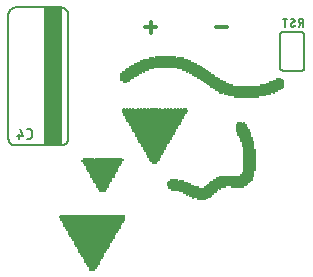
<source format=gbo>
G04 EAGLE Gerber X2 export*
G75*
%MOMM*%
%FSLAX34Y34*%
%LPD*%
%AMOC8*
5,1,8,0,0,1.08239X$1,22.5*%
G01*
%ADD10C,0.304800*%
%ADD11R,1.500000X11.750000*%
%ADD12R,0.127000X0.635000*%
%ADD13R,0.127000X0.889000*%
%ADD14R,0.127000X1.016000*%
%ADD15R,0.127000X1.143000*%
%ADD16R,0.127000X1.905000*%
%ADD17R,0.127000X3.048000*%
%ADD18R,0.127000X3.683000*%
%ADD19R,0.127000X4.191000*%
%ADD20R,0.127000X4.572000*%
%ADD21R,0.127000X4.953000*%
%ADD22R,0.127000X5.334000*%
%ADD23R,0.127000X5.461000*%
%ADD24R,0.127000X2.159000*%
%ADD25R,0.127000X1.397000*%
%ADD26R,0.127000X1.651000*%
%ADD27R,0.127000X0.762000*%
%ADD28R,0.127000X1.270000*%
%ADD29R,0.127000X0.127000*%
%ADD30R,0.127000X0.508000*%
%ADD31R,0.127000X1.524000*%
%ADD32R,0.127000X1.778000*%
%ADD33R,0.127000X2.032000*%
%ADD34R,0.127000X2.286000*%
%ADD35R,0.127000X2.413000*%
%ADD36R,0.127000X2.667000*%
%ADD37R,0.127000X2.921000*%
%ADD38R,0.127000X0.381000*%
%ADD39R,0.127000X3.302000*%
%ADD40R,0.127000X3.556000*%
%ADD41R,0.127000X3.810000*%
%ADD42R,0.127000X3.937000*%
%ADD43R,0.127000X4.445000*%
%ADD44R,0.127000X4.699000*%
%ADD45R,0.127000X2.540000*%
%ADD46R,0.127000X2.794000*%
%ADD47R,0.127000X4.318000*%
%ADD48R,0.127000X4.064000*%
%ADD49R,0.127000X0.254000*%
%ADD50R,0.127000X3.429000*%
%ADD51R,0.127000X3.175000*%
%ADD52C,0.152400*%
%ADD53C,0.203200*%


D10*
X125000Y335000D02*
X125000Y325000D01*
X130000Y330000D02*
X120000Y330000D01*
X180000Y330000D02*
X190000Y330000D01*
D11*
X42500Y288750D03*
D12*
X237530Y282420D03*
D13*
X236260Y282420D03*
D14*
X234990Y281785D03*
X233720Y281785D03*
D15*
X232450Y281150D03*
D14*
X231180Y280515D03*
D15*
X229910Y279880D03*
D14*
X228640Y279245D03*
X227370Y279245D03*
D15*
X226100Y278610D03*
D14*
X224830Y277975D03*
X223560Y277975D03*
X222290Y276705D03*
X221020Y276705D03*
X219750Y276705D03*
X218480Y276705D03*
D13*
X217210Y276070D03*
D14*
X215940Y275435D03*
X214670Y275435D03*
X213400Y275435D03*
D16*
X213400Y217650D03*
D14*
X212130Y275435D03*
D17*
X212130Y218285D03*
D14*
X210860Y275435D03*
D18*
X210860Y218920D03*
D14*
X209590Y275435D03*
D19*
X209590Y220190D03*
D14*
X208320Y275435D03*
D20*
X208320Y220825D03*
D14*
X207050Y275435D03*
D21*
X207050Y221460D03*
D14*
X205780Y275435D03*
D22*
X205780Y222095D03*
D14*
X204510Y275435D03*
D23*
X204510Y222730D03*
D14*
X203240Y275435D03*
D24*
X203240Y239240D03*
D25*
X203240Y201140D03*
D14*
X201970Y275435D03*
D26*
X201970Y241780D03*
D15*
X201970Y199870D03*
D14*
X200700Y275435D03*
D25*
X200700Y243050D03*
D14*
X200700Y199235D03*
X199430Y275435D03*
D15*
X199430Y244320D03*
D14*
X199430Y199235D03*
X198160Y275435D03*
D27*
X198160Y244955D03*
D14*
X198160Y199235D03*
X196890Y275435D03*
X196890Y199235D03*
D13*
X195620Y276070D03*
D14*
X195620Y199235D03*
X194350Y276705D03*
X194350Y199235D03*
X193080Y276705D03*
D13*
X193080Y199870D03*
D14*
X191810Y276705D03*
D13*
X191810Y199870D03*
D14*
X190540Y277975D03*
D13*
X190540Y199870D03*
D14*
X189270Y277975D03*
D13*
X189270Y199870D03*
D15*
X188000Y278610D03*
D14*
X188000Y199235D03*
X186730Y279245D03*
X186730Y199235D03*
D15*
X185460Y279880D03*
D14*
X185460Y199235D03*
D15*
X184190Y279880D03*
X184190Y198600D03*
X182920Y281150D03*
D14*
X182920Y197965D03*
D28*
X181650Y281785D03*
D15*
X181650Y197330D03*
X180380Y282420D03*
X180380Y196060D03*
X179110Y283690D03*
D28*
X179110Y195425D03*
X177840Y284325D03*
X177840Y194155D03*
D15*
X176570Y284960D03*
D25*
X176570Y193520D03*
D15*
X175300Y286230D03*
D25*
X175300Y192250D03*
D28*
X174030Y286865D03*
X174030Y191615D03*
X172760Y288135D03*
D15*
X172760Y190980D03*
X171490Y288770D03*
X171490Y189710D03*
D28*
X170220Y289405D03*
D14*
X170220Y189075D03*
D28*
X168950Y290675D03*
D14*
X168950Y189075D03*
D15*
X167680Y291310D03*
D14*
X167680Y189075D03*
D15*
X166410Y292580D03*
D14*
X166410Y189075D03*
D15*
X165140Y292580D03*
X165140Y189710D03*
X163870Y293850D03*
D14*
X163870Y190345D03*
D15*
X162600Y293850D03*
D14*
X162600Y190345D03*
D15*
X161330Y295120D03*
X161330Y190980D03*
D14*
X160060Y295755D03*
X160060Y191615D03*
D15*
X158790Y296390D03*
X158790Y192250D03*
D14*
X157520Y297025D03*
X157520Y192885D03*
D15*
X156250Y297660D03*
D29*
X156250Y259560D03*
D15*
X156250Y193520D03*
D14*
X154980Y298295D03*
D30*
X154980Y258925D03*
D14*
X154980Y194155D03*
X153710Y298295D03*
D12*
X153710Y258290D03*
D14*
X153710Y194155D03*
D15*
X152440Y298930D03*
D13*
X152440Y257020D03*
D14*
X152440Y195425D03*
X151170Y299565D03*
D15*
X151170Y255750D03*
D14*
X151170Y195425D03*
X149900Y299565D03*
D25*
X149900Y254480D03*
D14*
X149900Y195425D03*
X148630Y299565D03*
D31*
X148630Y253845D03*
D13*
X148630Y196060D03*
X147360Y300200D03*
D32*
X147360Y252575D03*
D14*
X147360Y196695D03*
X146090Y300835D03*
D33*
X146090Y251305D03*
D14*
X146090Y196695D03*
X144820Y300835D03*
D34*
X144820Y250035D03*
D14*
X144820Y196695D03*
X143550Y300835D03*
D35*
X143550Y249400D03*
D14*
X143550Y196695D03*
X142280Y300835D03*
D36*
X142280Y248130D03*
D13*
X142280Y197330D03*
D14*
X141010Y300835D03*
D37*
X141010Y246860D03*
D27*
X141010Y196695D03*
D14*
X139740Y300835D03*
D17*
X139740Y246225D03*
D38*
X139740Y197330D03*
D14*
X138470Y300835D03*
D39*
X138470Y244955D03*
D14*
X137200Y300835D03*
D40*
X137200Y243685D03*
D14*
X135930Y300835D03*
D41*
X135930Y242415D03*
D14*
X134660Y300835D03*
D42*
X134660Y241780D03*
D14*
X133390Y300835D03*
D19*
X133390Y240510D03*
D14*
X132120Y300835D03*
D43*
X132120Y239240D03*
D14*
X130850Y300835D03*
D20*
X130850Y238605D03*
D14*
X129580Y300835D03*
D44*
X129580Y237970D03*
D13*
X128310Y300200D03*
D44*
X128310Y237970D03*
D14*
X127040Y299565D03*
D44*
X127040Y237970D03*
D14*
X125770Y299565D03*
D20*
X125770Y238605D03*
D14*
X124500Y299565D03*
D43*
X124500Y239240D03*
D14*
X123230Y298295D03*
D19*
X123230Y240510D03*
D14*
X121960Y298295D03*
D42*
X121960Y241780D03*
D14*
X120690Y298295D03*
D18*
X120690Y243050D03*
D15*
X119420Y297660D03*
D40*
X119420Y243685D03*
D14*
X118150Y297025D03*
D39*
X118150Y244955D03*
D15*
X116880Y296390D03*
D17*
X116880Y246225D03*
D14*
X115610Y295755D03*
D37*
X115610Y246860D03*
D15*
X114340Y295120D03*
D36*
X114340Y248130D03*
D15*
X113070Y293850D03*
D35*
X113070Y249400D03*
D15*
X111800Y293850D03*
D24*
X111800Y250670D03*
D15*
X110530Y292580D03*
D33*
X110530Y251305D03*
D28*
X109260Y291945D03*
D32*
X109260Y252575D03*
D15*
X107990Y291310D03*
D31*
X107990Y253845D03*
D15*
X106720Y290040D03*
D28*
X106720Y255115D03*
X105450Y289405D03*
D15*
X105450Y255750D03*
X104180Y288770D03*
D13*
X104180Y257020D03*
D14*
X102910Y288135D03*
D12*
X102910Y258290D03*
D30*
X102910Y168755D03*
D13*
X101640Y288770D03*
D38*
X101640Y259560D03*
D29*
X101640Y217650D03*
D12*
X101640Y168120D03*
D27*
X100370Y288135D03*
D30*
X100370Y217015D03*
D13*
X100370Y166850D03*
D27*
X99100Y215745D03*
D15*
X99100Y165580D03*
D13*
X97830Y215110D03*
D25*
X97830Y164310D03*
D15*
X96560Y213840D03*
D31*
X96560Y163675D03*
D25*
X95290Y212570D03*
D32*
X95290Y162405D03*
D26*
X94020Y211300D03*
D33*
X94020Y161135D03*
D32*
X92750Y210665D03*
D34*
X92750Y159865D03*
D33*
X91480Y209395D03*
D35*
X91480Y159230D03*
D34*
X90210Y208125D03*
D36*
X90210Y157960D03*
D45*
X88940Y206855D03*
D37*
X88940Y156690D03*
D36*
X87670Y206220D03*
D17*
X87670Y156055D03*
D37*
X86400Y204950D03*
D39*
X86400Y154785D03*
D37*
X85130Y204950D03*
D40*
X85130Y153515D03*
D37*
X83860Y204950D03*
D41*
X83860Y152245D03*
D37*
X82590Y204950D03*
D42*
X82590Y151610D03*
D46*
X81320Y205585D03*
D19*
X81320Y150340D03*
D45*
X80050Y206855D03*
D43*
X80050Y149070D03*
D34*
X78780Y208125D03*
D20*
X78780Y148435D03*
D24*
X77510Y208760D03*
D44*
X77510Y147800D03*
D16*
X76240Y210030D03*
D44*
X76240Y147800D03*
D26*
X74970Y211300D03*
D44*
X74970Y147800D03*
D25*
X73700Y212570D03*
D44*
X73700Y147800D03*
D28*
X72430Y213205D03*
D43*
X72430Y149070D03*
D14*
X71160Y214475D03*
D47*
X71160Y149705D03*
D27*
X69890Y215745D03*
D48*
X69890Y150975D03*
D30*
X68620Y217015D03*
D41*
X68620Y152245D03*
D49*
X67350Y217015D03*
D40*
X67350Y153515D03*
D50*
X66080Y154150D03*
D51*
X64810Y155420D03*
D37*
X63540Y156690D03*
D36*
X62270Y157960D03*
D45*
X61000Y158595D03*
D34*
X59730Y159865D03*
D33*
X58460Y161135D03*
D16*
X57190Y161770D03*
D26*
X55920Y163040D03*
D25*
X54650Y164310D03*
D15*
X53380Y165580D03*
D14*
X52110Y166215D03*
D27*
X50840Y167485D03*
D30*
X49570Y168755D03*
D29*
X48300Y169390D03*
D52*
X4600Y236510D02*
X4600Y340650D01*
X55400Y340650D02*
X55400Y236510D01*
X49050Y230160D02*
X10950Y230160D01*
X49050Y230160D02*
X49208Y230162D01*
X49367Y230168D01*
X49525Y230178D01*
X49682Y230192D01*
X49840Y230209D01*
X49996Y230231D01*
X50153Y230256D01*
X50308Y230286D01*
X50463Y230319D01*
X50617Y230356D01*
X50770Y230397D01*
X50922Y230442D01*
X51072Y230491D01*
X51222Y230543D01*
X51370Y230599D01*
X51517Y230659D01*
X51662Y230722D01*
X51805Y230789D01*
X51947Y230859D01*
X52087Y230933D01*
X52225Y231011D01*
X52361Y231092D01*
X52495Y231176D01*
X52627Y231263D01*
X52757Y231354D01*
X52884Y231448D01*
X53009Y231545D01*
X53132Y231646D01*
X53252Y231749D01*
X53369Y231855D01*
X53484Y231964D01*
X53596Y232076D01*
X53705Y232191D01*
X53811Y232308D01*
X53914Y232428D01*
X54015Y232551D01*
X54112Y232676D01*
X54206Y232803D01*
X54297Y232933D01*
X54384Y233065D01*
X54468Y233199D01*
X54549Y233335D01*
X54627Y233473D01*
X54701Y233613D01*
X54771Y233755D01*
X54838Y233898D01*
X54901Y234043D01*
X54961Y234190D01*
X55017Y234338D01*
X55069Y234488D01*
X55118Y234638D01*
X55163Y234790D01*
X55204Y234943D01*
X55241Y235097D01*
X55274Y235252D01*
X55304Y235407D01*
X55329Y235564D01*
X55351Y235720D01*
X55368Y235878D01*
X55382Y236035D01*
X55392Y236193D01*
X55398Y236352D01*
X55400Y236510D01*
X10950Y230160D02*
X10792Y230162D01*
X10633Y230168D01*
X10475Y230178D01*
X10318Y230192D01*
X10160Y230209D01*
X10004Y230231D01*
X9847Y230256D01*
X9692Y230286D01*
X9537Y230319D01*
X9383Y230356D01*
X9230Y230397D01*
X9078Y230442D01*
X8928Y230491D01*
X8778Y230543D01*
X8630Y230599D01*
X8483Y230659D01*
X8338Y230722D01*
X8195Y230789D01*
X8053Y230859D01*
X7913Y230933D01*
X7775Y231011D01*
X7639Y231092D01*
X7505Y231176D01*
X7373Y231263D01*
X7243Y231354D01*
X7116Y231448D01*
X6991Y231545D01*
X6868Y231646D01*
X6748Y231749D01*
X6631Y231855D01*
X6516Y231964D01*
X6404Y232076D01*
X6295Y232191D01*
X6189Y232308D01*
X6086Y232428D01*
X5985Y232551D01*
X5888Y232676D01*
X5794Y232803D01*
X5703Y232933D01*
X5616Y233065D01*
X5532Y233199D01*
X5451Y233335D01*
X5373Y233473D01*
X5299Y233613D01*
X5229Y233755D01*
X5162Y233898D01*
X5099Y234043D01*
X5039Y234190D01*
X4983Y234338D01*
X4931Y234488D01*
X4882Y234638D01*
X4837Y234790D01*
X4796Y234943D01*
X4759Y235097D01*
X4726Y235252D01*
X4696Y235407D01*
X4671Y235564D01*
X4649Y235720D01*
X4632Y235878D01*
X4618Y236035D01*
X4608Y236193D01*
X4602Y236352D01*
X4600Y236510D01*
X55400Y340650D02*
X55398Y340808D01*
X55392Y340967D01*
X55382Y341125D01*
X55368Y341282D01*
X55351Y341440D01*
X55329Y341596D01*
X55304Y341753D01*
X55274Y341908D01*
X55241Y342063D01*
X55204Y342217D01*
X55163Y342370D01*
X55118Y342522D01*
X55069Y342672D01*
X55017Y342822D01*
X54961Y342970D01*
X54901Y343117D01*
X54838Y343262D01*
X54771Y343405D01*
X54701Y343547D01*
X54627Y343687D01*
X54549Y343825D01*
X54468Y343961D01*
X54384Y344095D01*
X54297Y344227D01*
X54206Y344357D01*
X54112Y344484D01*
X54015Y344609D01*
X53914Y344732D01*
X53811Y344852D01*
X53705Y344969D01*
X53596Y345084D01*
X53484Y345196D01*
X53369Y345305D01*
X53252Y345411D01*
X53132Y345514D01*
X53009Y345615D01*
X52884Y345712D01*
X52757Y345806D01*
X52627Y345897D01*
X52495Y345984D01*
X52361Y346068D01*
X52225Y346149D01*
X52087Y346227D01*
X51947Y346301D01*
X51805Y346371D01*
X51662Y346438D01*
X51517Y346501D01*
X51370Y346561D01*
X51222Y346617D01*
X51072Y346669D01*
X50922Y346718D01*
X50770Y346763D01*
X50617Y346804D01*
X50463Y346841D01*
X50308Y346874D01*
X50153Y346904D01*
X49996Y346929D01*
X49840Y346951D01*
X49682Y346968D01*
X49525Y346982D01*
X49367Y346992D01*
X49208Y346998D01*
X49050Y347000D01*
X10950Y347000D01*
X10792Y346998D01*
X10633Y346992D01*
X10475Y346982D01*
X10318Y346968D01*
X10160Y346951D01*
X10004Y346929D01*
X9847Y346904D01*
X9692Y346874D01*
X9537Y346841D01*
X9383Y346804D01*
X9230Y346763D01*
X9078Y346718D01*
X8928Y346669D01*
X8778Y346617D01*
X8630Y346561D01*
X8483Y346501D01*
X8338Y346438D01*
X8195Y346371D01*
X8053Y346301D01*
X7913Y346227D01*
X7775Y346149D01*
X7639Y346068D01*
X7505Y345984D01*
X7373Y345897D01*
X7243Y345806D01*
X7116Y345712D01*
X6991Y345615D01*
X6868Y345514D01*
X6748Y345411D01*
X6631Y345305D01*
X6516Y345196D01*
X6404Y345084D01*
X6295Y344969D01*
X6189Y344852D01*
X6086Y344732D01*
X5985Y344609D01*
X5888Y344484D01*
X5794Y344357D01*
X5703Y344227D01*
X5616Y344095D01*
X5532Y343961D01*
X5451Y343825D01*
X5373Y343687D01*
X5299Y343547D01*
X5229Y343405D01*
X5162Y343262D01*
X5099Y343117D01*
X5039Y342970D01*
X4983Y342822D01*
X4931Y342672D01*
X4882Y342522D01*
X4837Y342370D01*
X4796Y342217D01*
X4759Y342063D01*
X4726Y341908D01*
X4696Y341753D01*
X4671Y341596D01*
X4649Y341440D01*
X4632Y341282D01*
X4618Y341125D01*
X4608Y340967D01*
X4602Y340808D01*
X4600Y340650D01*
X20400Y235762D02*
X22319Y235762D01*
X22405Y235764D01*
X22491Y235770D01*
X22577Y235779D01*
X22662Y235793D01*
X22746Y235810D01*
X22830Y235831D01*
X22912Y235856D01*
X22993Y235884D01*
X23073Y235916D01*
X23152Y235952D01*
X23228Y235991D01*
X23303Y236034D01*
X23376Y236079D01*
X23447Y236129D01*
X23515Y236181D01*
X23582Y236236D01*
X23645Y236294D01*
X23706Y236355D01*
X23764Y236418D01*
X23819Y236485D01*
X23872Y236553D01*
X23921Y236624D01*
X23966Y236697D01*
X24009Y236772D01*
X24048Y236848D01*
X24084Y236927D01*
X24116Y237007D01*
X24144Y237088D01*
X24169Y237171D01*
X24190Y237254D01*
X24207Y237338D01*
X24221Y237423D01*
X24230Y237509D01*
X24236Y237595D01*
X24238Y237681D01*
X24238Y242479D01*
X24236Y242565D01*
X24230Y242651D01*
X24221Y242737D01*
X24207Y242822D01*
X24190Y242906D01*
X24169Y242990D01*
X24144Y243072D01*
X24116Y243153D01*
X24084Y243233D01*
X24048Y243312D01*
X24009Y243388D01*
X23966Y243463D01*
X23921Y243536D01*
X23872Y243607D01*
X23819Y243675D01*
X23764Y243742D01*
X23706Y243805D01*
X23645Y243866D01*
X23582Y243924D01*
X23516Y243979D01*
X23447Y244031D01*
X23376Y244081D01*
X23303Y244126D01*
X23228Y244169D01*
X23152Y244208D01*
X23073Y244244D01*
X22993Y244276D01*
X22912Y244304D01*
X22830Y244329D01*
X22746Y244350D01*
X22662Y244367D01*
X22577Y244381D01*
X22491Y244390D01*
X22405Y244396D01*
X22319Y244398D01*
X20400Y244398D01*
X14661Y244398D02*
X16580Y237681D01*
X11782Y237681D01*
X13221Y239600D02*
X13221Y235762D01*
D53*
X255160Y296030D02*
X255160Y323970D01*
X234840Y296030D02*
X234842Y295930D01*
X234848Y295831D01*
X234858Y295731D01*
X234871Y295633D01*
X234889Y295534D01*
X234910Y295437D01*
X234935Y295341D01*
X234964Y295245D01*
X234997Y295151D01*
X235033Y295058D01*
X235073Y294967D01*
X235117Y294877D01*
X235164Y294789D01*
X235214Y294703D01*
X235268Y294619D01*
X235325Y294537D01*
X235385Y294458D01*
X235449Y294380D01*
X235515Y294306D01*
X235584Y294234D01*
X235656Y294165D01*
X235730Y294099D01*
X235808Y294035D01*
X235887Y293975D01*
X235969Y293918D01*
X236053Y293864D01*
X236139Y293814D01*
X236227Y293767D01*
X236317Y293723D01*
X236408Y293683D01*
X236501Y293647D01*
X236595Y293614D01*
X236691Y293585D01*
X236787Y293560D01*
X236884Y293539D01*
X236983Y293521D01*
X237081Y293508D01*
X237181Y293498D01*
X237280Y293492D01*
X237380Y293490D01*
X234840Y323970D02*
X234842Y324070D01*
X234848Y324169D01*
X234858Y324269D01*
X234871Y324367D01*
X234889Y324466D01*
X234910Y324563D01*
X234935Y324659D01*
X234964Y324755D01*
X234997Y324849D01*
X235033Y324942D01*
X235073Y325033D01*
X235117Y325123D01*
X235164Y325211D01*
X235214Y325297D01*
X235268Y325381D01*
X235325Y325463D01*
X235385Y325542D01*
X235449Y325620D01*
X235515Y325694D01*
X235584Y325766D01*
X235656Y325835D01*
X235730Y325901D01*
X235808Y325965D01*
X235887Y326025D01*
X235969Y326082D01*
X236053Y326136D01*
X236139Y326186D01*
X236227Y326233D01*
X236317Y326277D01*
X236408Y326317D01*
X236501Y326353D01*
X236595Y326386D01*
X236691Y326415D01*
X236787Y326440D01*
X236884Y326461D01*
X236983Y326479D01*
X237081Y326492D01*
X237181Y326502D01*
X237280Y326508D01*
X237380Y326510D01*
X252620Y326510D02*
X252720Y326508D01*
X252819Y326502D01*
X252919Y326492D01*
X253017Y326479D01*
X253116Y326461D01*
X253213Y326440D01*
X253309Y326415D01*
X253405Y326386D01*
X253499Y326353D01*
X253592Y326317D01*
X253683Y326277D01*
X253773Y326233D01*
X253861Y326186D01*
X253947Y326136D01*
X254031Y326082D01*
X254113Y326025D01*
X254192Y325965D01*
X254270Y325901D01*
X254344Y325835D01*
X254416Y325766D01*
X254485Y325694D01*
X254551Y325620D01*
X254615Y325542D01*
X254675Y325463D01*
X254732Y325381D01*
X254786Y325297D01*
X254836Y325211D01*
X254883Y325123D01*
X254927Y325033D01*
X254967Y324942D01*
X255003Y324849D01*
X255036Y324755D01*
X255065Y324659D01*
X255090Y324563D01*
X255111Y324466D01*
X255129Y324367D01*
X255142Y324269D01*
X255152Y324169D01*
X255158Y324070D01*
X255160Y323970D01*
X255160Y296030D02*
X255158Y295930D01*
X255152Y295831D01*
X255142Y295731D01*
X255129Y295633D01*
X255111Y295534D01*
X255090Y295437D01*
X255065Y295341D01*
X255036Y295245D01*
X255003Y295151D01*
X254967Y295058D01*
X254927Y294967D01*
X254883Y294877D01*
X254836Y294789D01*
X254786Y294703D01*
X254732Y294619D01*
X254675Y294537D01*
X254615Y294458D01*
X254551Y294380D01*
X254485Y294306D01*
X254416Y294234D01*
X254344Y294165D01*
X254270Y294099D01*
X254192Y294035D01*
X254113Y293975D01*
X254031Y293918D01*
X253947Y293864D01*
X253861Y293814D01*
X253773Y293767D01*
X253683Y293723D01*
X253592Y293683D01*
X253499Y293647D01*
X253405Y293614D01*
X253309Y293585D01*
X253213Y293560D01*
X253116Y293539D01*
X253017Y293521D01*
X252919Y293508D01*
X252819Y293498D01*
X252720Y293492D01*
X252620Y293490D01*
X237380Y293490D01*
X237380Y326510D02*
X252620Y326510D01*
X234840Y323970D02*
X234840Y296030D01*
D52*
X254238Y330762D02*
X254238Y337366D01*
X252404Y337366D01*
X252319Y337364D01*
X252235Y337358D01*
X252151Y337348D01*
X252067Y337335D01*
X251984Y337317D01*
X251902Y337296D01*
X251821Y337271D01*
X251741Y337242D01*
X251663Y337210D01*
X251587Y337174D01*
X251512Y337134D01*
X251439Y337091D01*
X251368Y337045D01*
X251299Y336996D01*
X251232Y336943D01*
X251168Y336887D01*
X251107Y336829D01*
X251049Y336768D01*
X250993Y336704D01*
X250940Y336637D01*
X250891Y336568D01*
X250845Y336497D01*
X250802Y336424D01*
X250762Y336349D01*
X250726Y336273D01*
X250694Y336195D01*
X250665Y336115D01*
X250640Y336034D01*
X250619Y335952D01*
X250601Y335869D01*
X250588Y335785D01*
X250578Y335701D01*
X250572Y335617D01*
X250570Y335532D01*
X250572Y335447D01*
X250578Y335363D01*
X250588Y335279D01*
X250601Y335195D01*
X250619Y335112D01*
X250640Y335030D01*
X250665Y334949D01*
X250694Y334869D01*
X250726Y334791D01*
X250762Y334715D01*
X250802Y334640D01*
X250845Y334567D01*
X250891Y334496D01*
X250940Y334427D01*
X250993Y334360D01*
X251049Y334296D01*
X251107Y334235D01*
X251168Y334177D01*
X251232Y334121D01*
X251299Y334068D01*
X251368Y334019D01*
X251439Y333973D01*
X251512Y333930D01*
X251587Y333890D01*
X251663Y333854D01*
X251741Y333822D01*
X251821Y333793D01*
X251902Y333768D01*
X251984Y333747D01*
X252067Y333729D01*
X252151Y333716D01*
X252235Y333706D01*
X252319Y333700D01*
X252404Y333698D01*
X252404Y333697D02*
X254238Y333697D01*
X252037Y333697D02*
X250569Y330762D01*
X245044Y330762D02*
X244970Y330764D01*
X244895Y330770D01*
X244822Y330779D01*
X244748Y330792D01*
X244676Y330809D01*
X244605Y330829D01*
X244534Y330853D01*
X244465Y330881D01*
X244398Y330912D01*
X244332Y330946D01*
X244267Y330984D01*
X244205Y331025D01*
X244145Y331069D01*
X244088Y331116D01*
X244033Y331166D01*
X243980Y331219D01*
X243930Y331274D01*
X243883Y331331D01*
X243839Y331391D01*
X243798Y331453D01*
X243760Y331518D01*
X243726Y331584D01*
X243695Y331651D01*
X243667Y331720D01*
X243643Y331791D01*
X243623Y331862D01*
X243606Y331934D01*
X243593Y332008D01*
X243584Y332081D01*
X243578Y332156D01*
X243576Y332230D01*
X245044Y330762D02*
X245155Y330764D01*
X245266Y330770D01*
X245377Y330780D01*
X245488Y330794D01*
X245597Y330812D01*
X245706Y330834D01*
X245815Y330859D01*
X245922Y330889D01*
X246028Y330922D01*
X246133Y330960D01*
X246236Y331000D01*
X246338Y331045D01*
X246438Y331093D01*
X246537Y331145D01*
X246633Y331200D01*
X246728Y331259D01*
X246820Y331321D01*
X246910Y331387D01*
X246998Y331455D01*
X247083Y331527D01*
X247165Y331602D01*
X247245Y331679D01*
X247062Y335898D02*
X247060Y335972D01*
X247054Y336047D01*
X247045Y336120D01*
X247032Y336194D01*
X247015Y336266D01*
X246995Y336337D01*
X246971Y336408D01*
X246943Y336477D01*
X246912Y336544D01*
X246878Y336610D01*
X246840Y336675D01*
X246799Y336737D01*
X246755Y336797D01*
X246708Y336854D01*
X246658Y336909D01*
X246605Y336962D01*
X246550Y337012D01*
X246493Y337059D01*
X246433Y337103D01*
X246371Y337144D01*
X246306Y337182D01*
X246240Y337216D01*
X246173Y337247D01*
X246104Y337275D01*
X246033Y337299D01*
X245962Y337319D01*
X245890Y337336D01*
X245816Y337349D01*
X245743Y337358D01*
X245668Y337364D01*
X245594Y337366D01*
X245490Y337364D01*
X245386Y337358D01*
X245282Y337348D01*
X245179Y337335D01*
X245076Y337317D01*
X244974Y337295D01*
X244873Y337270D01*
X244773Y337241D01*
X244674Y337208D01*
X244577Y337171D01*
X244481Y337131D01*
X244386Y337087D01*
X244294Y337039D01*
X244203Y336989D01*
X244114Y336934D01*
X244027Y336877D01*
X243943Y336816D01*
X246328Y334613D02*
X246391Y334652D01*
X246451Y334694D01*
X246510Y334739D01*
X246566Y334787D01*
X246619Y334838D01*
X246670Y334891D01*
X246719Y334946D01*
X246764Y335004D01*
X246807Y335064D01*
X246847Y335126D01*
X246883Y335190D01*
X246917Y335256D01*
X246947Y335324D01*
X246974Y335392D01*
X246997Y335462D01*
X247017Y335533D01*
X247033Y335605D01*
X247046Y335678D01*
X247055Y335751D01*
X247060Y335824D01*
X247062Y335898D01*
X244310Y333515D02*
X244247Y333476D01*
X244187Y333434D01*
X244129Y333389D01*
X244072Y333341D01*
X244019Y333290D01*
X243968Y333237D01*
X243919Y333182D01*
X243874Y333124D01*
X243831Y333064D01*
X243791Y333002D01*
X243755Y332938D01*
X243721Y332872D01*
X243691Y332804D01*
X243664Y332736D01*
X243641Y332666D01*
X243621Y332595D01*
X243605Y332523D01*
X243592Y332450D01*
X243583Y332377D01*
X243578Y332304D01*
X243576Y332230D01*
X244310Y333514D02*
X246328Y334614D01*
X238827Y337366D02*
X238827Y330762D01*
X236993Y337366D02*
X240662Y337366D01*
M02*

</source>
